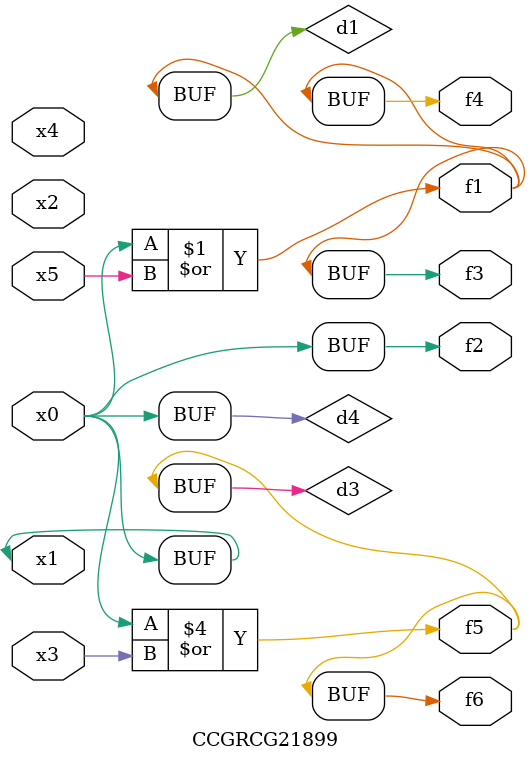
<source format=v>
module CCGRCG21899(
	input x0, x1, x2, x3, x4, x5,
	output f1, f2, f3, f4, f5, f6
);

	wire d1, d2, d3, d4;

	or (d1, x0, x5);
	xnor (d2, x1, x4);
	or (d3, x0, x3);
	buf (d4, x0, x1);
	assign f1 = d1;
	assign f2 = d4;
	assign f3 = d1;
	assign f4 = d1;
	assign f5 = d3;
	assign f6 = d3;
endmodule

</source>
